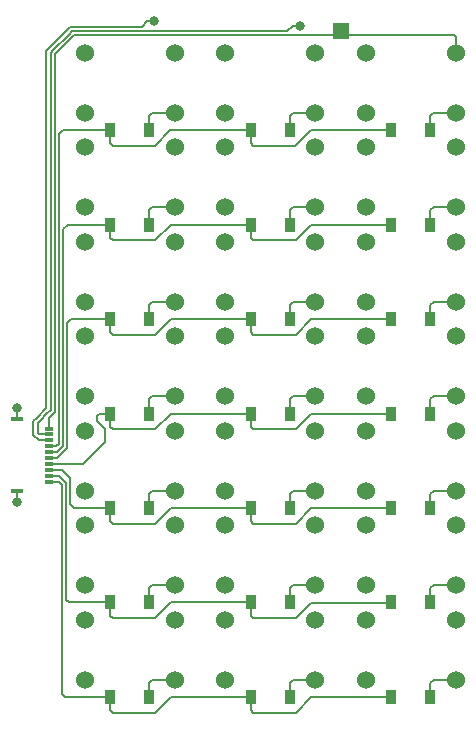
<source format=gbr>
%TF.GenerationSoftware,KiCad,Pcbnew,(6.0.4)*%
%TF.CreationDate,2022-10-14T21:25:15-05:00*%
%TF.ProjectId,KeyPad,4b657950-6164-42e6-9b69-6361645f7063,rev?*%
%TF.SameCoordinates,Original*%
%TF.FileFunction,Copper,L2,Bot*%
%TF.FilePolarity,Positive*%
%FSLAX46Y46*%
G04 Gerber Fmt 4.6, Leading zero omitted, Abs format (unit mm)*
G04 Created by KiCad (PCBNEW (6.0.4)) date 2022-10-14 21:25:15*
%MOMM*%
%LPD*%
G01*
G04 APERTURE LIST*
%TA.AperFunction,ComponentPad*%
%ADD10R,1.350000X1.350000*%
%TD*%
%TA.AperFunction,ComponentPad*%
%ADD11C,1.524000*%
%TD*%
%TA.AperFunction,SMDPad,CuDef*%
%ADD12R,0.900000X1.200000*%
%TD*%
%TA.AperFunction,SMDPad,CuDef*%
%ADD13R,0.700000X0.300000*%
%TD*%
%TA.AperFunction,SMDPad,CuDef*%
%ADD14R,1.000000X0.300000*%
%TD*%
%TA.AperFunction,ViaPad*%
%ADD15C,0.800000*%
%TD*%
%TA.AperFunction,Conductor*%
%ADD16C,0.150000*%
%TD*%
%TA.AperFunction,Conductor*%
%ADD17C,0.200000*%
%TD*%
G04 APERTURE END LIST*
D10*
%TO.P,REF\u002A\u002A,1*%
%TO.N,/Col14*%
X160640000Y-67600000D03*
%TD*%
D11*
%TO.P,SW10,1,A*%
%TO.N,Net-(D10-Pad2)*%
X150890000Y-90540000D03*
X158510000Y-90540000D03*
%TO.P,SW10,2,B*%
%TO.N,/Col14*%
X158510000Y-85460000D03*
X150890000Y-85460000D03*
%TD*%
%TO.P,SW2,1,A*%
%TO.N,Net-(D2-Pad2)*%
X146610000Y-82540000D03*
X138990000Y-82540000D03*
%TO.P,SW2,2,B*%
%TO.N,/Col13*%
X146610000Y-77460000D03*
X138990000Y-77460000D03*
%TD*%
%TO.P,SW8,1,A*%
%TO.N,Net-(D8-Pad2)*%
X158510000Y-74540000D03*
X150890000Y-74540000D03*
%TO.P,SW8,2,B*%
%TO.N,/Col14*%
X158510000Y-69460000D03*
X150890000Y-69460000D03*
%TD*%
%TO.P,SW4,1,A*%
%TO.N,Net-(D4-Pad2)*%
X138990000Y-98540000D03*
X146610000Y-98540000D03*
%TO.P,SW4,2,B*%
%TO.N,/Col13*%
X138990000Y-93460000D03*
X146610000Y-93460000D03*
%TD*%
%TO.P,SW5,1,A*%
%TO.N,Net-(D5-Pad2)*%
X146610000Y-106540000D03*
X138990000Y-106540000D03*
%TO.P,SW5,2,B*%
%TO.N,/Col13*%
X138990000Y-101460000D03*
X146610000Y-101460000D03*
%TD*%
%TO.P,SW1,1,A*%
%TO.N,Net-(D1-Pad2)*%
X146610000Y-74540000D03*
X138990000Y-74540000D03*
%TO.P,SW1,2,B*%
%TO.N,/Col13*%
X146610000Y-69460000D03*
X138990000Y-69460000D03*
%TD*%
%TO.P,SW13,1,A*%
%TO.N,Net-(D13-Pad2)*%
X150890000Y-114540000D03*
X158510000Y-114540000D03*
%TO.P,SW13,2,B*%
%TO.N,/Col14*%
X150890000Y-109460000D03*
X158510000Y-109460000D03*
%TD*%
%TO.P,SW20,1,A*%
%TO.N,Net-(D20-Pad2)*%
X162790000Y-114540000D03*
X170410000Y-114540000D03*
%TO.P,SW20,2,B*%
%TO.N,/Col15*%
X170410000Y-109460000D03*
X162790000Y-109460000D03*
%TD*%
%TO.P,SW18,1,A*%
%TO.N,Net-(D18-Pad2)*%
X162790000Y-98540000D03*
X170410000Y-98540000D03*
%TO.P,SW18,2,B*%
%TO.N,/Col15*%
X170410000Y-93460000D03*
X162790000Y-93460000D03*
%TD*%
%TO.P,SW15,1,A*%
%TO.N,Net-(D15-Pad2)*%
X170410000Y-74540000D03*
X162790000Y-74540000D03*
%TO.P,SW15,2,B*%
%TO.N,/Col15*%
X162790000Y-69460000D03*
X170410000Y-69460000D03*
%TD*%
%TO.P,SW12,1,A*%
%TO.N,Net-(D12-Pad2)*%
X158510000Y-106540000D03*
X150890000Y-106540000D03*
%TO.P,SW12,2,B*%
%TO.N,/Col14*%
X150890000Y-101460000D03*
X158510000Y-101460000D03*
%TD*%
%TO.P,SW11,1,A*%
%TO.N,Net-(D11-Pad2)*%
X158510000Y-98540000D03*
X150890000Y-98540000D03*
%TO.P,SW11,2,B*%
%TO.N,/Col14*%
X158510000Y-93460000D03*
X150890000Y-93460000D03*
%TD*%
%TO.P,SW19,1,A*%
%TO.N,Net-(D19-Pad2)*%
X170410000Y-106540000D03*
X162790000Y-106540000D03*
%TO.P,SW19,2,B*%
%TO.N,/Col15*%
X162790000Y-101460000D03*
X170410000Y-101460000D03*
%TD*%
%TO.P,SW6,1,A*%
%TO.N,Net-(D6-Pad2)*%
X138990000Y-114540000D03*
X146610000Y-114540000D03*
%TO.P,SW6,2,B*%
%TO.N,/Col13*%
X146610000Y-109460000D03*
X138990000Y-109460000D03*
%TD*%
%TO.P,SW3,1,A*%
%TO.N,Net-(D3-Pad2)*%
X146610000Y-90540000D03*
X138990000Y-90540000D03*
%TO.P,SW3,2,B*%
%TO.N,/Col13*%
X138990000Y-85460000D03*
X146610000Y-85460000D03*
%TD*%
%TO.P,SW9,1,A*%
%TO.N,Net-(D9-Pad2)*%
X150890000Y-82540000D03*
X158510000Y-82540000D03*
%TO.P,SW9,2,B*%
%TO.N,/Col14*%
X150890000Y-77460000D03*
X158510000Y-77460000D03*
%TD*%
%TO.P,SW16,1,A*%
%TO.N,Net-(D16-Pad2)*%
X162790000Y-82540000D03*
X170410000Y-82540000D03*
%TO.P,SW16,2,B*%
%TO.N,/Col15*%
X170410000Y-77460000D03*
X162790000Y-77460000D03*
%TD*%
%TO.P,SW14,1,A*%
%TO.N,Net-(D14-Pad2)*%
X150890000Y-122540000D03*
X158510000Y-122540000D03*
%TO.P,SW14,2,B*%
%TO.N,/Col14*%
X158510000Y-117460000D03*
X150890000Y-117460000D03*
%TD*%
%TO.P,SW21,1,A*%
%TO.N,Net-(D21-Pad2)*%
X170410000Y-122540000D03*
X162790000Y-122540000D03*
%TO.P,SW21,2,B*%
%TO.N,/Col15*%
X162790000Y-117460000D03*
X170410000Y-117460000D03*
%TD*%
%TO.P,SW7,1,A*%
%TO.N,Net-(D7-Pad2)*%
X146610000Y-122540000D03*
X138990000Y-122540000D03*
%TO.P,SW7,2,B*%
%TO.N,/Col13*%
X138990000Y-117460000D03*
X146610000Y-117460000D03*
%TD*%
%TO.P,SW17,1,A*%
%TO.N,Net-(D17-Pad2)*%
X170410000Y-90540000D03*
X162790000Y-90540000D03*
%TO.P,SW17,2,B*%
%TO.N,/Col15*%
X162790000Y-85460000D03*
X170410000Y-85460000D03*
%TD*%
D12*
%TO.P,D14,1,K*%
%TO.N,/Row7*%
X153050000Y-124000000D03*
%TO.P,D14,2,A*%
%TO.N,Net-(D14-Pad2)*%
X156350000Y-124000000D03*
%TD*%
%TO.P,D5,1,K*%
%TO.N,/Row5*%
X141150000Y-108000000D03*
%TO.P,D5,2,A*%
%TO.N,Net-(D5-Pad2)*%
X144450000Y-108000000D03*
%TD*%
%TO.P,D9,1,K*%
%TO.N,/Row2*%
X153050000Y-84000000D03*
%TO.P,D9,2,A*%
%TO.N,Net-(D9-Pad2)*%
X156350000Y-84000000D03*
%TD*%
%TO.P,D3,1,K*%
%TO.N,/Row3*%
X141150000Y-92000000D03*
%TO.P,D3,2,A*%
%TO.N,Net-(D3-Pad2)*%
X144450000Y-92000000D03*
%TD*%
%TO.P,D10,1,K*%
%TO.N,/Row3*%
X153050000Y-92000000D03*
%TO.P,D10,2,A*%
%TO.N,Net-(D10-Pad2)*%
X156350000Y-92000000D03*
%TD*%
%TO.P,D12,1,K*%
%TO.N,/Row5*%
X153050000Y-108000000D03*
%TO.P,D12,2,A*%
%TO.N,Net-(D12-Pad2)*%
X156350000Y-108000000D03*
%TD*%
%TO.P,D17,1,K*%
%TO.N,/Row3*%
X164950000Y-92000000D03*
%TO.P,D17,2,A*%
%TO.N,Net-(D17-Pad2)*%
X168250000Y-92000000D03*
%TD*%
%TO.P,D19,1,K*%
%TO.N,/Row5*%
X164950000Y-108000000D03*
%TO.P,D19,2,A*%
%TO.N,Net-(D19-Pad2)*%
X168250000Y-108000000D03*
%TD*%
%TO.P,D13,1,K*%
%TO.N,/Row6*%
X153050000Y-116000000D03*
%TO.P,D13,2,A*%
%TO.N,Net-(D13-Pad2)*%
X156350000Y-116000000D03*
%TD*%
%TO.P,D21,1,K*%
%TO.N,/Row7*%
X164950000Y-124000000D03*
%TO.P,D21,2,A*%
%TO.N,Net-(D21-Pad2)*%
X168250000Y-124000000D03*
%TD*%
%TO.P,D6,1,K*%
%TO.N,/Row6*%
X141150000Y-116000000D03*
%TO.P,D6,2,A*%
%TO.N,Net-(D6-Pad2)*%
X144450000Y-116000000D03*
%TD*%
%TO.P,D18,1,K*%
%TO.N,/Row4*%
X164950000Y-100000000D03*
%TO.P,D18,2,A*%
%TO.N,Net-(D18-Pad2)*%
X168250000Y-100000000D03*
%TD*%
%TO.P,D1,1,K*%
%TO.N,/Row1*%
X141140000Y-75990000D03*
%TO.P,D1,2,A*%
%TO.N,Net-(D1-Pad2)*%
X144440000Y-75990000D03*
%TD*%
%TO.P,D11,1,K*%
%TO.N,/Row4*%
X153050000Y-100000000D03*
%TO.P,D11,2,A*%
%TO.N,Net-(D11-Pad2)*%
X156350000Y-100000000D03*
%TD*%
%TO.P,D4,1,K*%
%TO.N,/Row4*%
X141150000Y-100000000D03*
%TO.P,D4,2,A*%
%TO.N,Net-(D4-Pad2)*%
X144450000Y-100000000D03*
%TD*%
%TO.P,D7,1,K*%
%TO.N,/Row7*%
X141150000Y-124000000D03*
%TO.P,D7,2,A*%
%TO.N,Net-(D7-Pad2)*%
X144450000Y-124000000D03*
%TD*%
%TO.P,D16,1,K*%
%TO.N,/Row2*%
X164950000Y-84000000D03*
%TO.P,D16,2,A*%
%TO.N,Net-(D16-Pad2)*%
X168250000Y-84000000D03*
%TD*%
%TO.P,D8,1,K*%
%TO.N,/Row1*%
X153040000Y-76000000D03*
%TO.P,D8,2,A*%
%TO.N,Net-(D8-Pad2)*%
X156340000Y-76000000D03*
%TD*%
%TO.P,D20,1,K*%
%TO.N,/Row6*%
X164940000Y-116000000D03*
%TO.P,D20,2,A*%
%TO.N,Net-(D20-Pad2)*%
X168240000Y-116000000D03*
%TD*%
%TO.P,D2,1,K*%
%TO.N,/Row2*%
X141150000Y-84000000D03*
%TO.P,D2,2,A*%
%TO.N,Net-(D2-Pad2)*%
X144450000Y-84000000D03*
%TD*%
D13*
%TO.P,J1,1,1*%
%TO.N,/Row7*%
X135920000Y-105770000D03*
%TO.P,J1,2,2*%
%TO.N,/Row6*%
X135920000Y-105270000D03*
%TO.P,J1,3,3*%
%TO.N,/Row5*%
X135920000Y-104770000D03*
%TO.P,J1,4,4*%
%TO.N,/Row4*%
X135920000Y-104270000D03*
%TO.P,J1,5,5*%
%TO.N,/Row3*%
X135920000Y-103770000D03*
%TO.P,J1,6,6*%
%TO.N,/Row2*%
X135920000Y-103270000D03*
%TO.P,J1,7,7*%
%TO.N,/Row1*%
X135920000Y-102770000D03*
%TO.P,J1,8,8*%
%TO.N,/Col13*%
X135920000Y-102270000D03*
%TO.P,J1,9,9*%
%TO.N,/Col14*%
X135920000Y-101770000D03*
%TO.P,J1,10,10*%
%TO.N,/Col15*%
X135920000Y-101270000D03*
D14*
%TO.P,J1,S1,SHIELD*%
%TO.N,GND*%
X133270000Y-106560000D03*
%TO.P,J1,S2,SHIELD*%
X133270000Y-100480000D03*
%TD*%
D12*
%TO.P,D15,1,K*%
%TO.N,/Row1*%
X164940000Y-76000000D03*
%TO.P,D15,2,A*%
%TO.N,Net-(D15-Pad2)*%
X168240000Y-76000000D03*
%TD*%
D15*
%TO.N,/Col13*%
X144885000Y-66810000D03*
%TO.N,/Col14*%
X157170000Y-67160000D03*
%TO.N,GND*%
X133270000Y-107470000D03*
X133270000Y-99570000D03*
%TD*%
D16*
%TO.N,Net-(D14-Pad2)*%
X158592400Y-122538200D02*
X156619000Y-122538200D01*
X156350000Y-122807200D02*
X156350000Y-124000000D01*
%TO.N,Net-(D21-Pad2)*%
X168519000Y-122538200D02*
X168250000Y-122807200D01*
X170492400Y-122538200D02*
X168519000Y-122538200D01*
%TO.N,Net-(D7-Pad2)*%
X146692400Y-122538200D02*
X144719000Y-122538200D01*
%TO.N,Net-(D14-Pad2)*%
X156619000Y-122538200D02*
X156350000Y-122807200D01*
%TO.N,Net-(D7-Pad2)*%
X144450000Y-122807200D02*
X144450000Y-124000000D01*
X144719000Y-122538200D02*
X144450000Y-122807200D01*
%TO.N,Net-(D21-Pad2)*%
X168250000Y-122807200D02*
X168250000Y-124000000D01*
%TO.N,Net-(D13-Pad2)*%
X158592400Y-114538200D02*
X156619000Y-114538200D01*
X156350000Y-114807200D02*
X156350000Y-116000000D01*
%TO.N,Net-(D20-Pad2)*%
X168519000Y-114538200D02*
X168250000Y-114807200D01*
X170492400Y-114538200D02*
X168519000Y-114538200D01*
%TO.N,Net-(D6-Pad2)*%
X146692400Y-114538200D02*
X144719000Y-114538200D01*
%TO.N,Net-(D13-Pad2)*%
X156619000Y-114538200D02*
X156350000Y-114807200D01*
%TO.N,Net-(D6-Pad2)*%
X144450000Y-114807200D02*
X144450000Y-116000000D01*
X144719000Y-114538200D02*
X144450000Y-114807200D01*
%TO.N,Net-(D20-Pad2)*%
X168250000Y-114807200D02*
X168250000Y-116000000D01*
%TO.N,Net-(D12-Pad2)*%
X158592400Y-106538200D02*
X156619000Y-106538200D01*
X156350000Y-106807200D02*
X156350000Y-108000000D01*
%TO.N,Net-(D19-Pad2)*%
X168519000Y-106538200D02*
X168250000Y-106807200D01*
X170492400Y-106538200D02*
X168519000Y-106538200D01*
%TO.N,Net-(D5-Pad2)*%
X146692400Y-106538200D02*
X144719000Y-106538200D01*
%TO.N,Net-(D12-Pad2)*%
X156619000Y-106538200D02*
X156350000Y-106807200D01*
%TO.N,Net-(D5-Pad2)*%
X144450000Y-106807200D02*
X144450000Y-108000000D01*
X144719000Y-106538200D02*
X144450000Y-106807200D01*
%TO.N,Net-(D19-Pad2)*%
X168250000Y-106807200D02*
X168250000Y-108000000D01*
%TO.N,/Col13*%
X144295000Y-66810000D02*
X144885000Y-66810000D01*
X143814038Y-67290962D02*
X144295000Y-66810000D01*
X138060000Y-67290962D02*
X143814038Y-67290962D01*
X137759039Y-67290961D02*
X138060000Y-67290962D01*
X137350704Y-67699296D02*
X137759039Y-67290961D01*
X135727852Y-99567852D02*
X135727852Y-69333558D01*
X134900481Y-100395223D02*
X135727852Y-99567852D01*
X134640481Y-100655223D02*
X134900481Y-100395223D01*
X134640481Y-101840481D02*
X134640481Y-100655223D01*
X135727852Y-69333558D02*
X137350704Y-67710705D01*
X135070000Y-102270000D02*
X134640481Y-101840481D01*
X135920000Y-102270000D02*
X135070000Y-102270000D01*
X137350704Y-67710705D02*
X137350704Y-67699296D01*
%TO.N,/Col14*%
X156580000Y-67160000D02*
X156099519Y-67640481D01*
X156099519Y-67640481D02*
X137915223Y-67640481D01*
X157170000Y-67160000D02*
X156580000Y-67160000D01*
X137915223Y-67640481D02*
X137617852Y-67937852D01*
X137617852Y-67937852D02*
X137640000Y-67915705D01*
X136305705Y-69250000D02*
X137617852Y-67937852D01*
D17*
%TO.N,GND*%
X133270000Y-106560000D02*
X133270000Y-107290000D01*
X133270000Y-100480000D02*
X133270000Y-99750000D01*
D16*
%TO.N,/Row6*%
X141352200Y-117320800D02*
X141149000Y-117117600D01*
X153252200Y-117330800D02*
X153049000Y-117127600D01*
X144933600Y-117320800D02*
X141352200Y-117320800D01*
X153113400Y-116000000D02*
X146254400Y-116000000D01*
X137630000Y-116000000D02*
X141150000Y-116000000D01*
X146254400Y-116000000D02*
X144933600Y-117320800D01*
X165013400Y-116010000D02*
X158154400Y-116010000D01*
X158154400Y-116010000D02*
X156833600Y-117330800D01*
X156833600Y-117330800D02*
X153252200Y-117330800D01*
X153050000Y-117126600D02*
X153050000Y-116010000D01*
X136770000Y-105270000D02*
X137390000Y-105890000D01*
X137390000Y-115760000D02*
X137630000Y-116000000D01*
X135920000Y-105270000D02*
X136770000Y-105270000D01*
X137390000Y-105890000D02*
X137390000Y-115760000D01*
X141150000Y-117116600D02*
X141150000Y-116000000D01*
%TO.N,/Row1*%
X135920000Y-102770000D02*
X136580000Y-102770000D01*
X136800000Y-76320000D02*
X137130000Y-75990000D01*
X158144400Y-76000000D02*
X156823600Y-77320800D01*
X146244400Y-75990000D02*
X144923600Y-77310800D01*
X137130000Y-75990000D02*
X141140000Y-75990000D01*
X153103400Y-75990000D02*
X146244400Y-75990000D01*
X136580000Y-102770000D02*
X136800000Y-102550000D01*
X136800000Y-102550000D02*
X136800000Y-76320000D01*
X141140000Y-77106600D02*
X141140000Y-75990000D01*
X165003400Y-76000000D02*
X158144400Y-76000000D01*
X153040000Y-77116600D02*
X153040000Y-76000000D01*
X153242200Y-77320800D02*
X153039000Y-77117600D01*
X141342200Y-77310800D02*
X141139000Y-77107600D01*
X156823600Y-77320800D02*
X153242200Y-77320800D01*
X144923600Y-77310800D02*
X141342200Y-77310800D01*
%TO.N,Net-(D1-Pad2)*%
X144709000Y-74528200D02*
X144440000Y-74797200D01*
X144440000Y-74797200D02*
X144440000Y-75990000D01*
X146682400Y-74528200D02*
X144709000Y-74528200D01*
%TO.N,/Row2*%
X141150000Y-85116600D02*
X141150000Y-84000000D01*
X137149519Y-102760481D02*
X137149519Y-84380481D01*
X153050000Y-85126600D02*
X153050000Y-84010000D01*
X135920000Y-103270000D02*
X136640000Y-103270000D01*
X144933600Y-85320800D02*
X141352200Y-85320800D01*
X165013400Y-84010000D02*
X158154400Y-84010000D01*
X156833600Y-85330800D02*
X153252200Y-85330800D01*
X141352200Y-85320800D02*
X141149000Y-85117600D01*
X136640000Y-103270000D02*
X137149519Y-102760481D01*
X137530000Y-84000000D02*
X141150000Y-84000000D01*
X153113400Y-84000000D02*
X146254400Y-84000000D01*
X146254400Y-84000000D02*
X144933600Y-85320800D01*
X137149519Y-84380481D02*
X137530000Y-84000000D01*
X153252200Y-85330800D02*
X153049000Y-85127600D01*
X158154400Y-84010000D02*
X156833600Y-85330800D01*
%TO.N,Net-(D2-Pad2)*%
X144719000Y-82538200D02*
X144450000Y-82807200D01*
X144450000Y-82807200D02*
X144450000Y-84000000D01*
X146692400Y-82538200D02*
X144719000Y-82538200D01*
%TO.N,/Row3*%
X136634296Y-103770000D02*
X137499039Y-102905256D01*
X165013400Y-92010000D02*
X158154400Y-92010000D01*
X135920000Y-103770000D02*
X136634296Y-103770000D01*
X153050000Y-93126600D02*
X153050000Y-92010000D01*
X146254400Y-92000000D02*
X144933600Y-93320800D01*
X153113400Y-92000000D02*
X146254400Y-92000000D01*
X137499039Y-102905256D02*
X137499039Y-92350961D01*
X156833600Y-93330800D02*
X153252200Y-93330800D01*
X141352200Y-93320800D02*
X141149000Y-93117600D01*
X144933600Y-93320800D02*
X141352200Y-93320800D01*
X137850000Y-92000000D02*
X141150000Y-92000000D01*
X137499039Y-92350961D02*
X137850000Y-92000000D01*
X141150000Y-93116600D02*
X141150000Y-92000000D01*
X153252200Y-93330800D02*
X153049000Y-93127600D01*
X158154400Y-92010000D02*
X156833600Y-93330800D01*
%TO.N,Net-(D3-Pad2)*%
X144450000Y-90807200D02*
X144450000Y-92000000D01*
X146692400Y-90538200D02*
X144719000Y-90538200D01*
X144719000Y-90538200D02*
X144450000Y-90807200D01*
%TO.N,/Row4*%
X140680000Y-102390000D02*
X140680000Y-101340000D01*
X141150000Y-101116600D02*
X141150000Y-100000000D01*
X153252200Y-101330800D02*
X153049000Y-101127600D01*
X144933600Y-101320800D02*
X141352200Y-101320800D01*
X141352200Y-101320800D02*
X141149000Y-101117600D01*
X140680000Y-101340000D02*
X139990000Y-100650000D01*
X156833600Y-101330800D02*
X153252200Y-101330800D01*
X139990000Y-100190000D02*
X140180000Y-100000000D01*
X138800000Y-104270000D02*
X140680000Y-102390000D01*
X146254400Y-100000000D02*
X144933600Y-101320800D01*
X153050000Y-101126600D02*
X153050000Y-100010000D01*
X165013400Y-100010000D02*
X158154400Y-100010000D01*
X158154400Y-100010000D02*
X156833600Y-101330800D01*
X139990000Y-100650000D02*
X139990000Y-100190000D01*
X153113400Y-100000000D02*
X146254400Y-100000000D01*
X140180000Y-100000000D02*
X141150000Y-100000000D01*
X135920000Y-104270000D02*
X138800000Y-104270000D01*
%TO.N,Net-(D4-Pad2)*%
X144719000Y-98538200D02*
X144450000Y-98807200D01*
X144450000Y-98807200D02*
X144450000Y-100000000D01*
X146692400Y-98538200D02*
X144719000Y-98538200D01*
%TO.N,/Row5*%
X146254400Y-108000000D02*
X144933600Y-109320800D01*
X137750000Y-107680000D02*
X138070000Y-108000000D01*
X141150000Y-109116600D02*
X141150000Y-108000000D01*
X153050000Y-109126600D02*
X153050000Y-108010000D01*
X158154400Y-108010000D02*
X156833600Y-109330800D01*
X156833600Y-109330800D02*
X153252200Y-109330800D01*
X137050000Y-104770000D02*
X137750000Y-105470000D01*
X138070000Y-108000000D02*
X141150000Y-108000000D01*
X144933600Y-109320800D02*
X141352200Y-109320800D01*
X153113400Y-108000000D02*
X146254400Y-108000000D01*
X141352200Y-109320800D02*
X141149000Y-109117600D01*
X135920000Y-104770000D02*
X137050000Y-104770000D01*
X153252200Y-109330800D02*
X153049000Y-109127600D01*
X165013400Y-108010000D02*
X158154400Y-108010000D01*
X137750000Y-105470000D02*
X137750000Y-107680000D01*
%TO.N,/Row7*%
X156833600Y-125330800D02*
X153252200Y-125330800D01*
X141150000Y-125116600D02*
X141150000Y-124000000D01*
X153113400Y-124000000D02*
X146254400Y-124000000D01*
X158154400Y-124010000D02*
X156833600Y-125330800D01*
X137040480Y-106034776D02*
X137040480Y-123750480D01*
X137290000Y-124000000D02*
X141150000Y-124000000D01*
X165013400Y-124010000D02*
X158154400Y-124010000D01*
X153050000Y-125126600D02*
X153050000Y-124010000D01*
X136775704Y-105770000D02*
X137040480Y-106034776D01*
X137040480Y-123750480D02*
X137290000Y-124000000D01*
X144933600Y-125320800D02*
X141352200Y-125320800D01*
X141352200Y-125320800D02*
X141149000Y-125117600D01*
X135920000Y-105770000D02*
X136775704Y-105770000D01*
X146254400Y-124000000D02*
X144933600Y-125320800D01*
X153252200Y-125330800D02*
X153049000Y-125127600D01*
%TO.N,Net-(D8-Pad2)*%
X156340000Y-74797200D02*
X156340000Y-75990000D01*
X156609000Y-74528200D02*
X156340000Y-74797200D01*
X158582400Y-74528200D02*
X156609000Y-74528200D01*
%TO.N,Net-(D9-Pad2)*%
X156350000Y-82807200D02*
X156350000Y-84000000D01*
X158592400Y-82538200D02*
X156619000Y-82538200D01*
X156619000Y-82538200D02*
X156350000Y-82807200D01*
%TO.N,Net-(D10-Pad2)*%
X156619000Y-90538200D02*
X156350000Y-90807200D01*
X158592400Y-90538200D02*
X156619000Y-90538200D01*
X156350000Y-90807200D02*
X156350000Y-92000000D01*
%TO.N,Net-(D11-Pad2)*%
X156619000Y-98538200D02*
X156350000Y-98807200D01*
X156350000Y-98807200D02*
X156350000Y-100000000D01*
X158592400Y-98538200D02*
X156619000Y-98538200D01*
%TO.N,Net-(D15-Pad2)*%
X168509000Y-74528200D02*
X168240000Y-74797200D01*
X168240000Y-74797200D02*
X168240000Y-75990000D01*
X170482400Y-74528200D02*
X168509000Y-74528200D01*
%TO.N,Net-(D17-Pad2)*%
X170492400Y-90538200D02*
X168519000Y-90538200D01*
X168250000Y-90807200D02*
X168250000Y-92000000D01*
X168519000Y-90538200D02*
X168250000Y-90807200D01*
%TO.N,Net-(D16-Pad2)*%
X170492400Y-82538200D02*
X168519000Y-82538200D01*
X168519000Y-82538200D02*
X168250000Y-82807200D01*
X168250000Y-82807200D02*
X168250000Y-84000000D01*
%TO.N,Net-(D18-Pad2)*%
X168250000Y-98807200D02*
X168250000Y-100000000D01*
X168519000Y-98538200D02*
X168250000Y-98807200D01*
X170492400Y-98538200D02*
X168519000Y-98538200D01*
%TO.N,/Col15*%
X170410000Y-68140000D02*
X170410000Y-69460000D01*
X136450480Y-69599520D02*
X138060000Y-67990000D01*
X135920000Y-100364296D02*
X136450480Y-99833816D01*
X138060000Y-67990000D02*
X170260000Y-67990000D01*
X170260000Y-67990000D02*
X170410000Y-68140000D01*
X135920000Y-101270000D02*
X135920000Y-100364296D01*
X136450480Y-99833816D02*
X136450480Y-69599520D01*
%TO.N,/Col14*%
X135920000Y-101770000D02*
X135140000Y-101770000D01*
X136100960Y-99550000D02*
X136100961Y-69454743D01*
X136100961Y-69454743D02*
X136305705Y-69250000D01*
X134990000Y-100800000D02*
X135250000Y-100540000D01*
X137640000Y-67915705D02*
X137640000Y-67910000D01*
X136100960Y-99550000D02*
X136100481Y-99549521D01*
X135710000Y-100080000D02*
X136100960Y-99689040D01*
X136100960Y-99689040D02*
X136100960Y-99550000D01*
X134990000Y-101620000D02*
X134990000Y-100970000D01*
X135140000Y-101770000D02*
X134990000Y-101620000D01*
X135250000Y-100540000D02*
X135710000Y-100080000D01*
X134990000Y-100970000D02*
X134990000Y-100800000D01*
%TD*%
M02*

</source>
